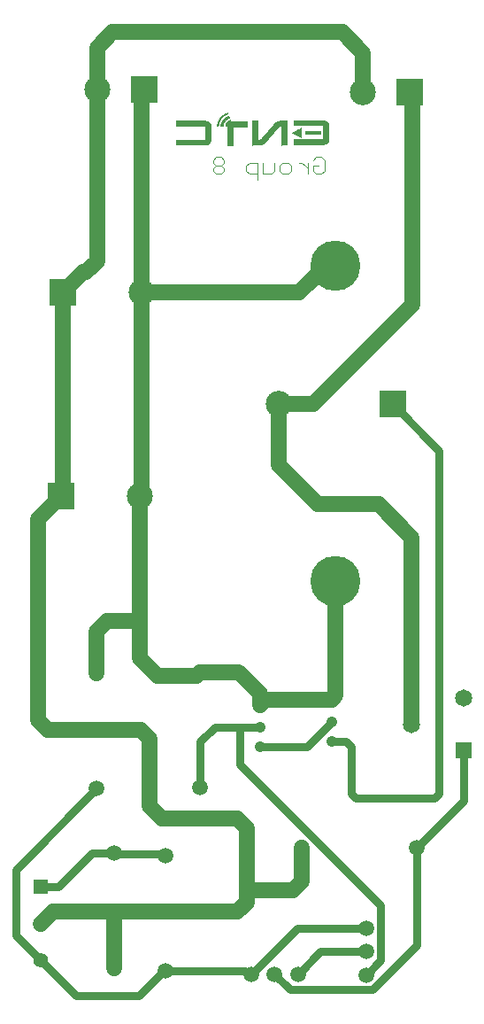
<source format=gbl>
G04*
G04 #@! TF.GenerationSoftware,Altium Limited,Altium Designer,23.0.1 (38)*
G04*
G04 Layer_Physical_Order=2*
G04 Layer_Color=16711680*
%FSLAX44Y44*%
%MOMM*%
G71*
G04*
G04 #@! TF.SameCoordinates,35DA4C4B-C9ED-44D6-BC94-0C2FA2B5732E*
G04*
G04*
G04 #@! TF.FilePolarity,Positive*
G04*
G01*
G75*
%ADD16C,0.1000*%
%ADD17C,2.5000*%
%ADD18R,2.5000X2.5000*%
%ADD29R,2.5000X2.5000*%
%ADD30C,4.8000*%
%ADD31C,1.5000*%
%ADD32R,1.0500X1.0500*%
%ADD33C,1.0500*%
%ADD34C,1.6500*%
%ADD35R,1.6500X1.6500*%
G04:AMPARAMS|DCode=36|XSize=1.4mm|YSize=1.4mm|CornerRadius=0.049mm|HoleSize=0mm|Usage=FLASHONLY|Rotation=0.000|XOffset=0mm|YOffset=0mm|HoleType=Round|Shape=RoundedRectangle|*
%AMROUNDEDRECTD36*
21,1,1.4000,1.3020,0,0,0.0*
21,1,1.3020,1.4000,0,0,0.0*
1,1,0.0980,0.6510,-0.6510*
1,1,0.0980,-0.6510,-0.6510*
1,1,0.0980,-0.6510,0.6510*
1,1,0.0980,0.6510,0.6510*
%
%ADD36ROUNDEDRECTD36*%
%ADD37C,1.4000*%
%ADD38C,1.5000*%
%ADD39C,0.8000*%
G36*
X482293Y1338508D02*
X482447D01*
Y1338199D01*
X482602D01*
Y1338045D01*
Y1337891D01*
Y1337736D01*
X482756D01*
Y1337274D01*
X482910D01*
Y1336811D01*
X483064D01*
Y1336348D01*
X483219D01*
Y1336039D01*
X483064D01*
Y1335885D01*
X482602D01*
Y1335731D01*
X482293D01*
Y1335576D01*
X481984D01*
Y1335422D01*
X481522D01*
Y1335268D01*
X481367D01*
Y1335113D01*
X481059D01*
Y1334959D01*
X480905D01*
Y1334805D01*
X480596D01*
Y1334651D01*
X480442D01*
Y1334496D01*
X480133D01*
Y1334342D01*
X479979D01*
Y1334188D01*
X479824D01*
Y1334033D01*
X479670D01*
Y1333879D01*
X479516D01*
Y1333725D01*
X479362D01*
Y1333571D01*
X479207D01*
Y1333416D01*
X479053D01*
Y1333262D01*
X478899D01*
Y1332953D01*
X478744D01*
Y1332799D01*
X478590D01*
Y1332645D01*
X478436D01*
Y1332336D01*
X478282D01*
Y1332182D01*
X478127D01*
Y1331873D01*
X477973D01*
Y1331565D01*
X477819D01*
Y1331256D01*
X477664D01*
Y1330793D01*
X477510D01*
Y1330330D01*
X477356D01*
Y1329713D01*
X477201D01*
Y1328325D01*
X474116D01*
Y1329868D01*
X474270D01*
Y1330793D01*
X474424D01*
Y1331256D01*
X474579D01*
Y1331719D01*
X474733D01*
Y1332182D01*
X474887D01*
Y1332491D01*
X475041D01*
Y1332799D01*
X475196D01*
Y1333108D01*
X475350D01*
Y1333416D01*
X475504D01*
Y1333725D01*
X475659D01*
Y1333879D01*
X475813D01*
Y1334188D01*
X475967D01*
Y1334342D01*
X476121D01*
Y1334496D01*
X476276D01*
Y1334805D01*
X476430D01*
Y1334959D01*
X476584D01*
Y1335113D01*
X476739D01*
Y1335268D01*
X476893D01*
Y1335422D01*
X477047D01*
Y1335576D01*
X477201D01*
Y1335731D01*
X477356D01*
Y1335885D01*
X477510D01*
Y1336039D01*
X477664D01*
Y1336194D01*
X477819D01*
Y1336348D01*
X477973D01*
Y1336502D01*
X478127D01*
Y1336656D01*
X478282D01*
Y1336811D01*
X478590D01*
Y1336965D01*
X478744D01*
Y1337119D01*
X479053D01*
Y1337274D01*
X479207D01*
Y1337428D01*
X479516D01*
Y1337582D01*
X479824D01*
Y1337736D01*
X480133D01*
Y1337891D01*
X480287D01*
Y1338045D01*
X480596D01*
Y1338199D01*
X481059D01*
Y1338353D01*
X481522D01*
Y1338508D01*
X481830D01*
Y1338662D01*
X482293D01*
Y1338508D01*
D02*
G37*
G36*
X481367Y1341285D02*
X481522D01*
Y1340822D01*
X481676D01*
Y1340359D01*
X481830D01*
Y1339897D01*
X481367D01*
Y1339742D01*
X480905D01*
Y1339588D01*
X480596D01*
Y1339434D01*
X480133D01*
Y1339279D01*
X479824D01*
Y1339125D01*
X479516D01*
Y1338971D01*
X479207D01*
Y1338816D01*
X478899D01*
Y1338662D01*
X478744D01*
Y1338508D01*
X478436D01*
Y1338353D01*
X478127D01*
Y1338199D01*
X477973D01*
Y1338045D01*
X477664D01*
Y1337891D01*
X477510D01*
Y1337736D01*
X477356D01*
Y1337582D01*
X477201D01*
Y1337428D01*
X476893D01*
Y1337274D01*
X476739D01*
Y1337119D01*
X476584D01*
Y1336965D01*
X476430D01*
Y1336811D01*
X476276D01*
Y1336656D01*
X476121D01*
Y1336502D01*
X475967D01*
Y1336348D01*
X475813D01*
Y1336194D01*
X475659D01*
Y1336039D01*
X475504D01*
Y1335885D01*
X475350D01*
Y1335576D01*
X475196D01*
Y1335422D01*
X475041D01*
Y1335268D01*
X474887D01*
Y1335113D01*
X474733D01*
Y1334805D01*
X474579D01*
Y1334651D01*
X474424D01*
Y1334342D01*
X474270D01*
Y1334033D01*
X474116D01*
Y1333879D01*
X473961D01*
Y1333571D01*
X473807D01*
Y1333108D01*
X473653D01*
Y1332799D01*
X473498D01*
Y1332491D01*
X473344D01*
Y1332028D01*
X473190D01*
Y1331565D01*
X473036D01*
Y1330948D01*
X472881D01*
Y1330330D01*
X472727D01*
Y1329250D01*
X472573D01*
Y1329096D01*
Y1328942D01*
Y1328325D01*
X470721D01*
Y1329713D01*
X470876D01*
Y1330793D01*
X471030D01*
Y1331410D01*
X471184D01*
Y1332028D01*
X471338D01*
Y1332491D01*
X471493D01*
Y1332953D01*
X471647D01*
Y1333416D01*
X471801D01*
Y1333725D01*
X471956D01*
Y1334033D01*
X472110D01*
Y1334342D01*
X472264D01*
Y1334651D01*
X472419D01*
Y1334959D01*
X472573D01*
Y1335113D01*
X472727D01*
Y1335422D01*
X472881D01*
Y1335576D01*
X473036D01*
Y1335885D01*
X473190D01*
Y1336039D01*
X473344D01*
Y1336348D01*
X473498D01*
Y1336502D01*
X473653D01*
Y1336656D01*
X473807D01*
Y1336965D01*
X473961D01*
Y1337119D01*
X474116D01*
Y1337274D01*
X474270D01*
Y1337428D01*
X474424D01*
Y1337582D01*
X474579D01*
Y1337736D01*
X474733D01*
Y1337891D01*
X474887D01*
Y1338045D01*
X475041D01*
Y1338199D01*
X475196D01*
Y1338353D01*
X475350D01*
Y1338508D01*
X475659D01*
Y1338662D01*
X475813D01*
Y1338816D01*
X475967D01*
Y1338971D01*
X476121D01*
Y1339125D01*
X476430D01*
Y1339279D01*
X476584D01*
Y1339434D01*
X476739D01*
Y1339588D01*
X477047D01*
Y1339742D01*
X477201D01*
Y1339897D01*
X477510D01*
Y1340051D01*
X477819D01*
Y1340205D01*
X478127D01*
Y1340359D01*
X478282D01*
Y1340514D01*
X478590D01*
Y1340668D01*
X478899D01*
Y1340822D01*
X479207D01*
Y1340977D01*
X479670D01*
Y1341131D01*
X479979D01*
Y1341285D01*
X480442D01*
Y1341439D01*
X480905D01*
Y1341594D01*
X481367D01*
Y1341285D01*
D02*
G37*
G36*
X538455Y1322770D02*
X538301D01*
Y1322307D01*
X541695D01*
Y1327090D01*
X542004D01*
Y1322307D01*
X542467D01*
Y1322462D01*
X542775D01*
Y1322616D01*
X543084D01*
Y1322770D01*
X543238D01*
Y1322924D01*
X543547D01*
Y1323079D01*
X543855D01*
Y1323233D01*
X544164D01*
Y1323387D01*
X544472D01*
Y1323542D01*
X544781D01*
Y1323696D01*
X545090D01*
Y1323850D01*
X545398D01*
Y1324005D01*
X545707D01*
Y1324159D01*
X546015D01*
Y1324313D01*
X546324D01*
Y1324467D01*
X546632D01*
Y1324622D01*
X546941D01*
Y1324776D01*
X547250D01*
Y1324930D01*
X547558D01*
Y1325085D01*
X547867D01*
Y1325239D01*
X548175D01*
Y1325393D01*
X548484D01*
Y1325547D01*
X548793D01*
Y1325702D01*
X549101D01*
Y1325856D01*
X549410D01*
Y1326010D01*
X549718D01*
Y1326165D01*
X550027D01*
Y1326319D01*
X550336D01*
Y1326473D01*
X550644D01*
Y1326627D01*
X550953D01*
Y1326782D01*
X551107D01*
Y1326936D01*
X551570D01*
Y1322307D01*
X555273D01*
Y1324313D01*
X570393D01*
Y1320456D01*
X555273D01*
Y1321999D01*
X551570D01*
Y1317216D01*
X551416D01*
Y1317370D01*
X551107D01*
Y1317524D01*
X550798D01*
Y1317679D01*
X550490D01*
Y1317833D01*
X550336D01*
Y1317987D01*
X550027D01*
Y1318141D01*
X549718D01*
Y1318296D01*
X549410D01*
Y1318450D01*
X549101D01*
Y1318604D01*
X548793D01*
Y1318759D01*
X548484D01*
Y1318913D01*
X548175D01*
Y1319067D01*
X547867D01*
Y1319221D01*
X547558D01*
Y1319376D01*
X547250D01*
Y1319530D01*
X546941D01*
Y1319684D01*
X546632D01*
Y1319839D01*
X546324D01*
Y1319993D01*
X546015D01*
Y1320147D01*
X545707D01*
Y1320302D01*
X545398D01*
Y1320456D01*
X545090D01*
Y1320610D01*
X544781D01*
Y1320764D01*
X544472D01*
Y1320919D01*
X544164D01*
Y1321073D01*
X543855D01*
Y1321227D01*
X543547D01*
Y1321382D01*
X543238D01*
Y1321536D01*
X542929D01*
Y1321690D01*
X542621D01*
Y1321844D01*
X542312D01*
Y1321999D01*
X542158D01*
Y1322153D01*
X542004D01*
Y1317061D01*
X541695D01*
Y1321999D01*
X538455D01*
Y1310118D01*
X533209D01*
Y1309964D01*
X532746D01*
Y1328170D01*
X532592D01*
Y1328325D01*
X532283D01*
Y1328170D01*
X531512D01*
Y1328016D01*
X531049D01*
Y1327862D01*
X530741D01*
Y1327708D01*
X530432D01*
Y1327553D01*
X530278D01*
Y1327399D01*
X529969D01*
Y1327245D01*
X529815D01*
Y1327090D01*
X529660D01*
Y1326936D01*
X529506D01*
Y1326782D01*
X529352D01*
Y1326627D01*
X529198D01*
Y1326473D01*
X529043D01*
Y1326319D01*
X528889D01*
Y1326165D01*
X528735D01*
Y1326010D01*
X528581D01*
Y1325856D01*
X528426D01*
Y1325547D01*
X528272D01*
Y1325393D01*
X528118D01*
Y1325239D01*
X527963D01*
Y1325085D01*
X527809D01*
Y1324930D01*
X527655D01*
Y1324776D01*
X527500D01*
Y1324467D01*
X527346D01*
Y1324313D01*
X527192D01*
Y1324159D01*
X527038D01*
Y1324005D01*
X526883D01*
Y1323850D01*
X526729D01*
Y1323696D01*
X526575D01*
Y1323387D01*
X526420D01*
Y1323233D01*
X526266D01*
Y1323079D01*
X526112D01*
Y1322924D01*
X525957D01*
Y1322770D01*
X525803D01*
Y1322616D01*
X525649D01*
Y1322307D01*
X525495D01*
Y1322153D01*
X525340D01*
Y1321999D01*
X525186D01*
Y1321844D01*
X525032D01*
Y1321690D01*
X524878D01*
Y1321536D01*
X524723D01*
Y1321227D01*
X524569D01*
Y1321073D01*
X524415D01*
Y1320919D01*
X524260D01*
Y1320764D01*
X524106D01*
Y1320610D01*
X523952D01*
Y1320456D01*
X523797D01*
Y1320147D01*
X523643D01*
Y1319993D01*
X523489D01*
Y1319839D01*
X523335D01*
Y1319684D01*
X523180D01*
Y1319530D01*
X523026D01*
Y1319376D01*
X522872D01*
Y1319067D01*
X522717D01*
Y1318913D01*
X522563D01*
Y1318759D01*
X522409D01*
Y1318604D01*
X522254D01*
Y1318450D01*
X522100D01*
Y1318296D01*
X521946D01*
Y1317987D01*
X521792D01*
Y1317833D01*
X521637D01*
Y1317679D01*
X521483D01*
Y1317524D01*
X521329D01*
Y1317370D01*
X521175D01*
Y1317216D01*
X521020D01*
Y1317061D01*
X520866D01*
Y1316753D01*
X520712D01*
Y1316599D01*
X520557D01*
Y1316444D01*
X520403D01*
Y1316290D01*
X520249D01*
Y1316136D01*
X520094D01*
Y1315827D01*
X519940D01*
Y1315673D01*
X519786D01*
Y1315518D01*
X519632D01*
Y1315364D01*
X519477D01*
Y1315210D01*
X519323D01*
Y1315056D01*
X519169D01*
Y1314901D01*
X519014D01*
Y1314593D01*
X518860D01*
Y1314438D01*
X518706D01*
Y1314284D01*
X518551D01*
Y1314130D01*
X518397D01*
Y1313976D01*
X518243D01*
Y1313667D01*
X518089D01*
Y1313513D01*
X517934D01*
Y1313358D01*
X517780D01*
Y1313204D01*
X517626D01*
Y1313050D01*
X517472D01*
Y1312896D01*
X517317D01*
Y1312741D01*
X517163D01*
Y1312587D01*
X517009D01*
Y1312433D01*
X516854D01*
Y1312278D01*
X516700D01*
Y1312124D01*
X516546D01*
Y1311970D01*
X516391D01*
Y1311815D01*
X516237D01*
Y1311661D01*
X515929D01*
Y1311507D01*
X515774D01*
Y1311353D01*
X515466D01*
Y1311198D01*
X515157D01*
Y1311044D01*
X514849D01*
Y1310890D01*
X514540D01*
Y1310735D01*
X514231D01*
Y1310581D01*
X513769D01*
Y1310427D01*
X513151D01*
Y1310273D01*
X512380D01*
Y1310118D01*
X505128D01*
Y1309964D01*
X504665D01*
Y1310118D01*
X504511D01*
Y1333725D01*
X510220D01*
Y1315673D01*
X511454D01*
Y1315827D01*
X511917D01*
Y1315981D01*
X512226D01*
Y1316136D01*
X512534D01*
Y1316290D01*
X512688D01*
Y1316444D01*
X512997D01*
Y1316599D01*
X513151D01*
Y1316753D01*
X513306D01*
Y1316907D01*
X513460D01*
Y1317061D01*
X513614D01*
Y1317216D01*
X513769D01*
Y1317370D01*
X513923D01*
Y1317524D01*
X514077D01*
Y1317679D01*
X514231D01*
Y1317833D01*
X514386D01*
Y1317987D01*
X514540D01*
Y1318296D01*
X514694D01*
Y1318450D01*
X514849D01*
Y1318604D01*
X515003D01*
Y1318759D01*
X515157D01*
Y1318913D01*
X515311D01*
Y1319067D01*
X515466D01*
Y1319376D01*
X515620D01*
Y1319530D01*
X515774D01*
Y1319684D01*
X515929D01*
Y1319839D01*
X516083D01*
Y1319993D01*
X516237D01*
Y1320147D01*
X516391D01*
Y1320302D01*
X516546D01*
Y1320610D01*
X516700D01*
Y1320764D01*
X516854D01*
Y1320919D01*
X517009D01*
Y1321073D01*
X517163D01*
Y1321227D01*
X517317D01*
Y1321382D01*
X517472D01*
Y1321690D01*
X517626D01*
Y1321844D01*
X517780D01*
Y1321999D01*
X517934D01*
Y1322153D01*
X518089D01*
Y1322307D01*
X518243D01*
Y1322462D01*
X518397D01*
Y1322616D01*
X518551D01*
Y1322924D01*
X518706D01*
Y1323079D01*
X518860D01*
Y1323233D01*
X519014D01*
Y1323387D01*
X519169D01*
Y1323542D01*
X519323D01*
Y1323696D01*
X519477D01*
Y1323850D01*
X519632D01*
Y1324159D01*
X519786D01*
Y1324313D01*
X519940D01*
Y1324467D01*
X520094D01*
Y1324622D01*
X520249D01*
Y1324776D01*
X520403D01*
Y1324930D01*
X520557D01*
Y1325085D01*
X520712D01*
Y1325393D01*
X520866D01*
Y1325547D01*
X521020D01*
Y1325702D01*
X521175D01*
Y1325856D01*
X521329D01*
Y1326010D01*
X521483D01*
Y1326319D01*
X521637D01*
Y1326473D01*
X521792D01*
Y1326627D01*
X521946D01*
Y1326782D01*
X522100D01*
Y1326936D01*
X522254D01*
Y1327090D01*
X522409D01*
Y1327245D01*
X522563D01*
Y1327399D01*
X522717D01*
Y1327708D01*
X522872D01*
Y1327862D01*
X523026D01*
Y1328016D01*
X523180D01*
Y1328170D01*
X523335D01*
Y1328325D01*
X523489D01*
Y1328479D01*
X523643D01*
Y1328788D01*
X523797D01*
Y1328942D01*
X523952D01*
Y1329096D01*
X524106D01*
Y1329250D01*
X524260D01*
Y1329405D01*
X524415D01*
Y1329559D01*
X524569D01*
Y1329713D01*
X524723D01*
Y1330022D01*
X524878D01*
Y1330176D01*
X525032D01*
Y1330330D01*
X525186D01*
Y1330485D01*
X525340D01*
Y1330639D01*
X525495D01*
Y1330793D01*
X525649D01*
Y1330948D01*
X525803D01*
Y1331102D01*
X525957D01*
Y1331256D01*
X526112D01*
Y1331410D01*
X526266D01*
Y1331565D01*
X526420D01*
Y1331719D01*
X526575D01*
Y1331873D01*
X526729D01*
Y1332028D01*
X527038D01*
Y1332182D01*
X527192D01*
Y1332336D01*
X527346D01*
Y1332491D01*
X527655D01*
Y1332645D01*
X527809D01*
Y1332799D01*
X528118D01*
Y1332953D01*
X528581D01*
Y1333108D01*
X528889D01*
Y1333262D01*
X529198D01*
Y1333416D01*
X529815D01*
Y1333571D01*
X530741D01*
Y1333725D01*
X538455D01*
Y1322770D01*
D02*
G37*
G36*
X572862Y1334033D02*
X573788D01*
Y1333879D01*
X574405D01*
Y1333725D01*
X574868D01*
Y1333571D01*
X575176D01*
Y1333416D01*
X575639D01*
Y1333262D01*
X575794D01*
Y1333108D01*
X576102D01*
Y1332953D01*
X576256D01*
Y1332799D01*
X576411D01*
Y1332645D01*
X576719D01*
Y1332491D01*
X576874D01*
Y1332336D01*
X577028D01*
Y1332028D01*
X577182D01*
Y1331873D01*
X577337D01*
Y1331719D01*
X577491D01*
Y1331410D01*
X577645D01*
Y1331102D01*
X577799D01*
Y1330639D01*
X577954D01*
Y1330176D01*
X578108D01*
Y1329096D01*
X578262D01*
Y1315673D01*
X578108D01*
Y1314593D01*
X577954D01*
Y1314130D01*
X577799D01*
Y1313667D01*
X577645D01*
Y1313358D01*
X577491D01*
Y1313050D01*
X577337D01*
Y1312896D01*
X577182D01*
Y1312587D01*
X577028D01*
Y1312433D01*
X576874D01*
Y1312278D01*
X576719D01*
Y1312124D01*
X576565D01*
Y1311970D01*
X576411D01*
Y1311815D01*
X576102D01*
Y1311661D01*
X575948D01*
Y1311507D01*
X575639D01*
Y1311353D01*
X575331D01*
Y1311198D01*
X575022D01*
Y1311044D01*
X574559D01*
Y1310890D01*
X573942D01*
Y1310735D01*
X573325D01*
Y1310581D01*
X571782D01*
Y1310427D01*
X544010D01*
Y1315981D01*
X571319D01*
Y1316136D01*
X571782D01*
Y1316290D01*
X572091D01*
Y1316444D01*
X572245D01*
Y1316753D01*
X572399D01*
Y1327862D01*
X572245D01*
Y1328170D01*
X572091D01*
Y1328325D01*
X571936D01*
Y1328479D01*
X571782D01*
Y1328633D01*
X544164D01*
Y1328942D01*
X544010D01*
Y1334033D01*
X544164D01*
Y1334188D01*
X572862D01*
Y1334033D01*
D02*
G37*
G36*
X460229Y1333571D02*
X461155D01*
Y1333416D01*
X461772D01*
Y1333262D01*
X462081D01*
Y1333108D01*
X462544D01*
Y1332953D01*
X462852D01*
Y1332799D01*
X463161D01*
Y1332645D01*
X463315D01*
Y1332491D01*
X463624D01*
Y1332336D01*
X463778D01*
Y1332182D01*
X463932D01*
Y1332028D01*
X464087D01*
Y1331873D01*
X464241D01*
Y1331719D01*
X464395D01*
Y1331565D01*
X464550D01*
Y1331256D01*
X464704D01*
Y1330948D01*
X464858D01*
Y1330639D01*
X465013D01*
Y1330330D01*
X465167D01*
Y1329868D01*
X465321D01*
Y1328942D01*
X465475D01*
Y1314901D01*
X465321D01*
Y1313976D01*
X465167D01*
Y1313513D01*
X465013D01*
Y1313204D01*
X464858D01*
Y1312896D01*
X464704D01*
Y1312587D01*
X464550D01*
Y1312433D01*
X464395D01*
Y1312124D01*
X464241D01*
Y1311970D01*
X464087D01*
Y1311815D01*
X463932D01*
Y1311661D01*
X463778D01*
Y1311507D01*
X463624D01*
Y1311353D01*
X463315D01*
Y1311198D01*
X463161D01*
Y1311044D01*
X462852D01*
Y1310890D01*
X462544D01*
Y1310735D01*
X462235D01*
Y1310581D01*
X461772D01*
Y1310427D01*
X461155D01*
Y1310273D01*
X460229D01*
Y1310118D01*
X431223D01*
Y1315518D01*
X432611D01*
Y1315673D01*
X458995D01*
Y1315827D01*
X459304D01*
Y1315981D01*
X459458D01*
Y1316290D01*
X459612D01*
Y1327553D01*
X459458D01*
Y1327862D01*
X459304D01*
Y1328016D01*
X459149D01*
Y1328170D01*
X431377D01*
Y1328325D01*
X431223D01*
Y1333725D01*
X460229D01*
Y1333571D01*
D02*
G37*
G36*
X483836Y1334496D02*
X483990D01*
Y1334033D01*
X484145D01*
Y1333571D01*
X484299D01*
Y1333108D01*
X500191D01*
Y1327553D01*
X486305D01*
Y1312278D01*
Y1312124D01*
Y1309347D01*
X480596D01*
Y1309501D01*
X480442D01*
Y1328170D01*
X478590D01*
Y1329559D01*
X478744D01*
Y1330176D01*
X478899D01*
Y1330639D01*
X479053D01*
Y1330948D01*
X479207D01*
Y1331256D01*
X479362D01*
Y1331565D01*
X479516D01*
Y1331873D01*
X479670D01*
Y1332028D01*
X479824D01*
Y1332336D01*
X479979D01*
Y1332491D01*
X480133D01*
Y1332645D01*
X480287D01*
Y1332799D01*
X480442D01*
Y1332953D01*
X480596D01*
Y1333108D01*
X480750D01*
Y1333262D01*
X480905D01*
Y1333416D01*
X481059D01*
Y1333571D01*
X481367D01*
Y1333725D01*
X481522D01*
Y1333879D01*
X481830D01*
Y1334033D01*
X481984D01*
Y1334188D01*
X482293D01*
Y1334342D01*
X482602D01*
Y1334496D01*
X482910D01*
Y1334651D01*
X483373D01*
Y1334805D01*
X483836D01*
Y1334496D01*
D02*
G37*
D16*
X562843Y1296442D02*
X565509Y1299108D01*
X570840D01*
X573506Y1296442D01*
Y1285779D01*
X570840Y1283113D01*
X565509D01*
X562843Y1285779D01*
Y1291111D01*
X568175D01*
X557511Y1293777D02*
Y1283113D01*
Y1288445D01*
X554846Y1291111D01*
X552180Y1293777D01*
X549514D01*
X538851Y1283113D02*
X533519D01*
X530853Y1285779D01*
Y1291111D01*
X533519Y1293777D01*
X538851D01*
X541517Y1291111D01*
Y1285779D01*
X538851Y1283113D01*
X525522Y1293777D02*
Y1285779D01*
X522856Y1283113D01*
X514859D01*
Y1293777D01*
X509527Y1277782D02*
Y1293777D01*
X501530D01*
X498864Y1291111D01*
Y1285779D01*
X501530Y1283113D01*
X509527D01*
X477537Y1296442D02*
X474871Y1299108D01*
X469540D01*
X466874Y1296442D01*
Y1293777D01*
X469540Y1291111D01*
X466874Y1288445D01*
Y1285779D01*
X469540Y1283113D01*
X474871D01*
X477537Y1285779D01*
Y1288445D01*
X474871Y1291111D01*
X477537Y1293777D01*
Y1296442D01*
X474871Y1291111D02*
X469540D01*
D17*
X398180Y1169670D02*
D03*
X529610Y1062990D02*
D03*
X610320Y1361440D02*
D03*
X355960Y1363810D02*
D03*
X396910Y975360D02*
D03*
D18*
X323180Y1169670D02*
D03*
X400960Y1363810D02*
D03*
X655320Y1361440D02*
D03*
X321910Y975360D02*
D03*
D29*
X638810Y1062990D02*
D03*
D30*
X584210Y1195590D02*
D03*
Y894090D02*
D03*
D31*
X552040Y638810D02*
D03*
X662040D02*
D03*
X503320Y518160D02*
D03*
X525780D02*
D03*
X548320D02*
D03*
X613410Y562210D02*
D03*
Y539750D02*
D03*
Y517210D02*
D03*
X355600Y695550D02*
D03*
Y805550D02*
D03*
X454660Y696820D02*
D03*
Y806820D02*
D03*
X372110Y634100D02*
D03*
X421640Y521600D02*
D03*
X372110Y524100D02*
D03*
X421640Y631600D02*
D03*
D32*
X511810Y775540D02*
D03*
X580390Y780620D02*
D03*
D33*
X511810Y754380D02*
D03*
Y735540D02*
D03*
X580390Y759460D02*
D03*
Y740620D02*
D03*
D34*
X706990Y781920D02*
D03*
X656990Y756920D02*
D03*
D35*
X706990Y731920D02*
D03*
D36*
X302260Y601980D02*
D03*
D37*
Y531180D02*
D03*
Y566580D02*
D03*
D38*
X355960Y1199910D02*
Y1403710D01*
X323180Y976630D02*
Y1169670D01*
X398815Y977265D02*
Y1169035D01*
X562610Y1062990D02*
X657860Y1158240D01*
X396910Y975360D02*
X398815Y977265D01*
X529610Y1062990D02*
X562610D01*
X657860Y1158240D02*
Y1358900D01*
X655320Y1361440D02*
X657860Y1358900D01*
X398553Y1361403D02*
X400960Y1363810D01*
X398553Y1210003D02*
Y1361403D01*
X398180Y1169670D02*
Y1209630D01*
X398553Y1210003D01*
X398180Y1169670D02*
X398815Y1169035D01*
X398180Y1169670D02*
X549360D01*
X575280Y1195590D01*
X584210D01*
X345354Y1189304D02*
X355960Y1199910D01*
X342814Y1189304D02*
X345354D01*
X323180Y1169670D02*
X342814Y1189304D01*
X529610Y1004550D02*
Y1062990D01*
X610320Y1361440D02*
Y1398820D01*
X370840Y1418590D02*
X590550D01*
X610320Y1398820D01*
X355960Y1403710D02*
X370840Y1418590D01*
X299720Y953170D02*
X323180Y976630D01*
X372110Y524100D02*
Y577850D01*
X490323D01*
X313530D02*
X372110D01*
X499110Y586637D02*
Y598170D01*
X490323Y577850D02*
X499110Y586637D01*
X490323Y666750D02*
X499110Y657963D01*
Y598170D02*
Y657963D01*
X418237Y666750D02*
X490323D01*
X552040Y606957D02*
Y638810D01*
X499110Y598170D02*
X543253D01*
X552040Y606957D01*
X302260Y566580D02*
X313530Y577850D01*
X584210Y784440D02*
Y894090D01*
X580390Y780620D02*
X584210Y784440D01*
X656990Y756920D02*
Y935610D01*
X625145Y967455D02*
X656990Y935610D01*
X566705Y967455D02*
X625145D01*
X529610Y1004550D02*
X566705Y967455D01*
X355600Y845716D02*
X365533Y855649D01*
X355600Y805550D02*
Y845716D01*
X365533Y855649D02*
X396910D01*
Y820120D02*
Y855649D01*
Y975360D01*
Y820120D02*
X414020Y803010D01*
X450850D01*
X454660Y806820D01*
X406400Y678587D02*
Y743053D01*
X308507Y751840D02*
X397613D01*
X511810Y775540D02*
X516890Y780620D01*
X492160Y805550D02*
X492390D01*
X490890Y806820D02*
X492160Y805550D01*
X299720Y760627D02*
X308507Y751840D01*
X454660Y806820D02*
X490890D01*
X492390Y805550D02*
X511810Y786130D01*
Y775540D02*
Y786130D01*
X516890Y780620D02*
X580390D01*
X397613Y751840D02*
X406400Y743053D01*
X299720Y760627D02*
Y953170D01*
X406400Y678587D02*
X418237Y666750D01*
D39*
X454660Y696820D02*
Y740410D01*
X468630Y754380D01*
X318770Y601980D02*
X350890Y634100D01*
X302260Y601980D02*
X318770D01*
X350890Y634100D02*
X372110D01*
X278130Y555310D02*
X302260Y531180D01*
X278130Y555310D02*
Y618080D01*
X355600Y695550D01*
X302260Y531180D02*
X335600Y497840D01*
X395986D01*
X419746Y521600D01*
X683260Y690897D02*
Y1018540D01*
X580390Y740620D02*
X594360D01*
X603732Y686210D02*
X678574D01*
X599046Y690897D02*
X603732Y686210D01*
X594360Y740620D02*
X599046Y735934D01*
Y690897D02*
Y735934D01*
X678574Y686210D02*
X683260Y690897D01*
X638810Y1062990D02*
X683260Y1018540D01*
X525780Y518160D02*
X540770Y503170D01*
X619226D01*
X662040Y545984D01*
Y638810D01*
X706990Y683760D01*
Y731920D01*
X613410Y517210D02*
X627450Y531250D01*
Y583906D01*
X492760Y718596D02*
X627450Y583906D01*
X492760Y718596D02*
Y754380D01*
X511810D01*
X419746Y521600D02*
X497985D01*
X501426Y518160D01*
X503320D01*
X547370Y562210D01*
X613410D01*
X372110Y634100D02*
X373360Y632850D01*
X420390D01*
X421640Y631600D01*
X548320Y518160D02*
X569910Y539750D01*
X613410D01*
X556470Y735540D02*
X580390Y759460D01*
X511810Y735540D02*
X556470D01*
X468630Y754380D02*
X492760D01*
M02*

</source>
